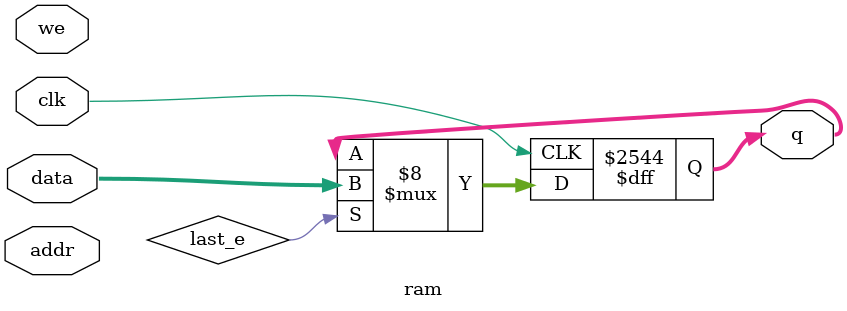
<source format=v>
module ram #(
    parameter ADDR_WIDTH=6,
    parameter DATA_WIDTH=8
) (
    input [DATA_WIDTH-1:0] data,
    input [ADDR_WIDTH-1:0] addr,
    input we, clk,
    output [7:0] q
);
reg [DATA_WIDTH-1:0] ram[2**ADDR_WIDTH-1:0];
// when we is high, write data to ram at address addr
// assign the ram value at address addr to q
 always @ *
 if (we) begin
 ram[addr]=data;
 end
// sequential part of D flip flop to implement q
 // a flip flop will forward this 5 signals to the q
 always @ (posedge clk)
 if (last_e) begin
 q <= data;
 end
endmodule

</source>
